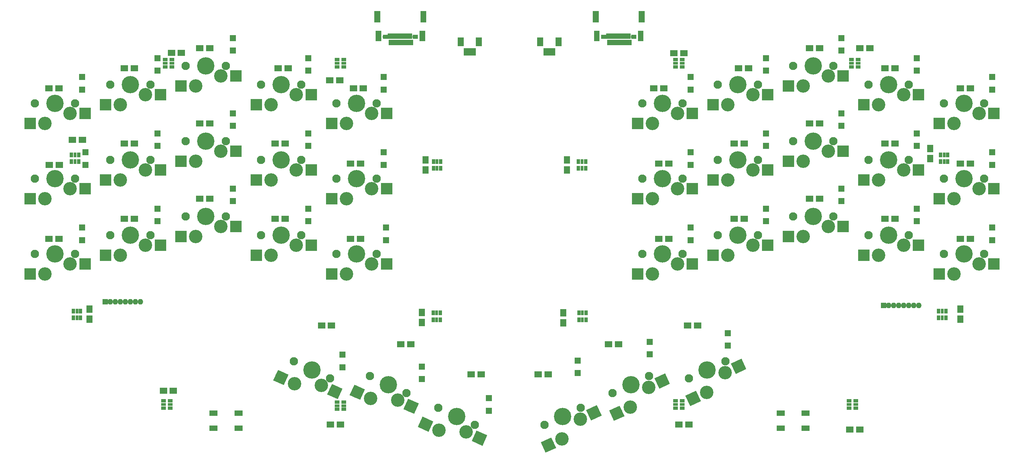
<source format=gbr>
G04 #@! TF.GenerationSoftware,KiCad,Pcbnew,(5.0.0)*
G04 #@! TF.CreationDate,2018-09-14T16:20:53+02:00*
G04 #@! TF.ProjectId,FNH35_rev1,464E4833355F726576312E6B69636164,rev?*
G04 #@! TF.SameCoordinates,Original*
G04 #@! TF.FileFunction,Soldermask,Bot*
G04 #@! TF.FilePolarity,Negative*
%FSLAX46Y46*%
G04 Gerber Fmt 4.6, Leading zero omitted, Abs format (unit mm)*
G04 Created by KiCad (PCBNEW (5.0.0)) date 09/14/18 16:20:53*
%MOMM*%
%LPD*%
G01*
G04 APERTURE LIST*
%ADD10C,0.100000*%
%ADD11R,2.950000X2.900000*%
%ADD12C,2.101800*%
%ADD13C,4.387800*%
%ADD14C,3.400000*%
%ADD15C,1.100000*%
%ADD16R,0.500000X0.500000*%
%ADD17C,0.950000*%
%ADD18R,0.670000X1.350000*%
%ADD19R,0.900000X1.200000*%
%ADD20R,0.700000X1.200000*%
%ADD21R,1.900000X1.650000*%
%ADD22R,1.200000X0.900000*%
%ADD23R,1.200000X0.700000*%
%ADD24C,2.900000*%
%ADD25R,1.650000X1.900000*%
%ADD26R,1.600000X1.600000*%
%ADD27R,2.100000X1.400000*%
%ADD28O,1.400000X1.400000*%
%ADD29R,1.400000X1.400000*%
%ADD30R,1.000000X1.950000*%
%ADD31R,1.600000X2.200000*%
G04 APERTURE END LIST*
D10*
G04 #@! TO.C,J102*
G36*
X-18014810Y-22331000D02*
X-16499750Y-22331000D01*
X-16499750Y-19516640D01*
X-18014810Y-19516640D01*
X-18014810Y-22331000D01*
G37*
G36*
X-6381910Y-22331000D02*
X-4899750Y-22331000D01*
X-4899750Y-19508930D01*
X-6381910Y-19508930D01*
X-6381910Y-22331000D01*
G37*
G36*
X-17706640Y-27081000D02*
X-16299750Y-27081000D01*
X-16299750Y-24479560D01*
X-17706640Y-24479560D01*
X-17706640Y-27081000D01*
G37*
G36*
X-6589640Y-27081000D02*
X-5199750Y-27081000D01*
X-5199750Y-24478290D01*
X-6589640Y-24478290D01*
X-6589640Y-27081000D01*
G37*
G36*
X-15879070Y-26506000D02*
X-14574750Y-26506000D01*
X-14574750Y-25455683D01*
X-15879070Y-25455683D01*
X-15879070Y-26506000D01*
G37*
G36*
X-8315570Y-26506000D02*
X-7024750Y-26506000D01*
X-7024750Y-25455046D01*
X-8315570Y-25455046D01*
X-8315570Y-26506000D01*
G37*
G04 #@! TO.C,J3*
G36*
X46853930Y-26506000D02*
X48144750Y-26506000D01*
X48144750Y-25455046D01*
X46853930Y-25455046D01*
X46853930Y-26506000D01*
G37*
G36*
X39290430Y-26506000D02*
X40594750Y-26506000D01*
X40594750Y-25455683D01*
X39290430Y-25455683D01*
X39290430Y-26506000D01*
G37*
G36*
X48579860Y-27081000D02*
X49969750Y-27081000D01*
X49969750Y-24478290D01*
X48579860Y-24478290D01*
X48579860Y-27081000D01*
G37*
G36*
X37462860Y-27081000D02*
X38869750Y-27081000D01*
X38869750Y-24479560D01*
X37462860Y-24479560D01*
X37462860Y-27081000D01*
G37*
G36*
X48787590Y-22331000D02*
X50269750Y-22331000D01*
X50269750Y-19508930D01*
X48787590Y-19508930D01*
X48787590Y-22331000D01*
G37*
G36*
X37154690Y-22331000D02*
X38669750Y-22331000D01*
X38669750Y-19516640D01*
X37154690Y-19516640D01*
X37154690Y-22331000D01*
G37*
G04 #@! TD*
D11*
G04 #@! TO.C,K209*
X-53038750Y-35877500D03*
D12*
X-55518750Y-33337500D03*
X-65678750Y-33337500D03*
D13*
X-60598750Y-33337500D03*
D14*
X-56788750Y-35877500D03*
X-63138750Y-38417500D03*
D11*
X-66888750Y-38417500D03*
G04 #@! TD*
G04 #@! TO.C,K213*
X-72088750Y-40640000D03*
D12*
X-74568750Y-38100000D03*
X-84728750Y-38100000D03*
D13*
X-79648750Y-38100000D03*
D14*
X-75838750Y-40640000D03*
X-82188750Y-43180000D03*
D11*
X-85938750Y-43180000D03*
G04 #@! TD*
D15*
G04 #@! TO.C,J102*
X-17249750Y-20931000D03*
D16*
X-17249750Y-22131000D03*
D15*
X-5649750Y-20931000D03*
D16*
X-5649750Y-22131000D03*
X-17053750Y-26774000D03*
D15*
X-16999750Y-25781000D03*
D16*
X-5953750Y-26774000D03*
D15*
X-5899750Y-25781000D03*
D16*
X-15686750Y-25981000D03*
D17*
X-15224750Y-25981000D03*
D16*
X-8136750Y-25981000D03*
D17*
X-7674750Y-25981000D03*
D18*
X-14324750Y-25806000D03*
X-14074750Y-27406000D03*
X-13574750Y-27406000D03*
X-13074750Y-27406000D03*
X-12574750Y-27406000D03*
X-12074750Y-27406000D03*
X-11574750Y-27406000D03*
X-11074750Y-27406000D03*
X-10574750Y-27406000D03*
X-10074750Y-27406000D03*
X-9574750Y-27406000D03*
X-9074750Y-27406000D03*
X-8574750Y-27406000D03*
X-8824750Y-25806000D03*
X-9324750Y-25806000D03*
X-9824750Y-25806000D03*
X-10324750Y-25806000D03*
X-10824750Y-25806000D03*
X-11324750Y-25806000D03*
X-11824750Y-25806000D03*
X-12324750Y-25806000D03*
X-12824750Y-25806000D03*
X-13324750Y-25806000D03*
X-13824750Y-25806000D03*
G04 #@! TD*
D11*
G04 #@! TO.C,K214*
X-85938750Y-62230000D03*
D14*
X-82188750Y-62230000D03*
X-75838750Y-59690000D03*
D13*
X-79648750Y-57150000D03*
D12*
X-84728750Y-57150000D03*
X-74568750Y-57150000D03*
D11*
X-72088750Y-59690000D03*
G04 #@! TD*
D19*
G04 #@! TO.C,DR408*
X-94083537Y-97101015D03*
D20*
X-93183537Y-97101015D03*
D19*
X-92283537Y-97101015D03*
X-92283537Y-95401015D03*
D20*
X-93183537Y-95401015D03*
D19*
X-94083537Y-95401015D03*
G04 #@! TD*
D21*
G04 #@! TO.C,CB306*
X-40616250Y-72072500D03*
X-43116250Y-72072500D03*
G04 #@! TD*
G04 #@! TO.C,CU404*
X-29146250Y-124142500D03*
X-26646250Y-124142500D03*
G04 #@! TD*
G04 #@! TO.C,CB312*
X-62166250Y-47942500D03*
X-59666250Y-47942500D03*
G04 #@! TD*
D11*
G04 #@! TO.C,K203*
X-28788750Y-86042500D03*
D14*
X-25038750Y-86042500D03*
X-18688750Y-83502500D03*
D13*
X-22498750Y-80962500D03*
D12*
X-27578750Y-80962500D03*
X-17418750Y-80962500D03*
D11*
X-14938750Y-83502500D03*
G04 #@! TD*
D22*
G04 #@! TO.C,DR406*
X-71347500Y-119962500D03*
D23*
X-71347500Y-119062500D03*
D22*
X-71347500Y-118162500D03*
X-69647500Y-118162500D03*
D23*
X-69647500Y-119062500D03*
D22*
X-69647500Y-119962500D03*
G04 #@! TD*
D11*
G04 #@! TO.C,K215*
X-85938750Y-81280000D03*
D14*
X-82188750Y-81280000D03*
X-75838750Y-78740000D03*
D13*
X-79648750Y-76200000D03*
D12*
X-84728750Y-76200000D03*
X-74568750Y-76200000D03*
D11*
X-72088750Y-78740000D03*
G04 #@! TD*
G04 #@! TO.C,K216*
X-91138750Y-45402500D03*
D12*
X-93618750Y-42862500D03*
X-103778750Y-42862500D03*
D13*
X-98698750Y-42862500D03*
D14*
X-94888750Y-45402500D03*
X-101238750Y-47942500D03*
D11*
X-104988750Y-47942500D03*
G04 #@! TD*
D21*
G04 #@! TO.C,CU407*
X-100151250Y-58420000D03*
X-97651250Y-58420000D03*
G04 #@! TD*
D19*
G04 #@! TO.C,DR407*
X-94571250Y-55926250D03*
D20*
X-93671250Y-55926250D03*
D19*
X-92771250Y-55926250D03*
X-92771250Y-57626250D03*
D20*
X-93671250Y-57626250D03*
D19*
X-94571250Y-57626250D03*
G04 #@! TD*
D21*
G04 #@! TO.C,CB303*
X8913750Y-111442500D03*
X6413750Y-111442500D03*
G04 #@! TD*
D24*
G04 #@! TO.C,K204*
X8529256Y-127574511D03*
D10*
G36*
X10478856Y-126883727D02*
X9253264Y-129512019D01*
X6579656Y-128265295D01*
X7805248Y-125637003D01*
X10478856Y-126883727D01*
X10478856Y-126883727D01*
G37*
D12*
X7355064Y-124224396D03*
X-1853024Y-119930594D03*
D13*
X2751020Y-122077495D03*
D14*
X5130602Y-125989692D03*
X-1697903Y-125608088D03*
D24*
X-5096557Y-124023270D03*
D10*
G36*
X-3146957Y-123332486D02*
X-4372549Y-125960778D01*
X-7046157Y-124714054D01*
X-5820565Y-122085762D01*
X-3146957Y-123332486D01*
X-3146957Y-123332486D01*
G37*
G04 #@! TD*
D21*
G04 #@! TO.C,CU406*
X-71311250Y-115570000D03*
X-68811250Y-115570000D03*
G04 #@! TD*
G04 #@! TO.C,CB314*
X-78716250Y-72072500D03*
X-81216250Y-72072500D03*
G04 #@! TD*
G04 #@! TO.C,CB309*
X-62166250Y-28892500D03*
X-59666250Y-28892500D03*
G04 #@! TD*
G04 #@! TO.C,CB305*
X-39811250Y-33972500D03*
X-42311250Y-33972500D03*
G04 #@! TD*
D25*
G04 #@! TO.C,CU408*
X-90061250Y-97432500D03*
X-90061250Y-94932500D03*
G04 #@! TD*
D21*
G04 #@! TO.C,CB301*
X-20811250Y-39050000D03*
X-23311250Y-39050000D03*
G04 #@! TD*
D11*
G04 #@! TO.C,K211*
X-53038750Y-73977500D03*
D12*
X-55518750Y-71437500D03*
X-65678750Y-71437500D03*
D13*
X-60598750Y-71437500D03*
D14*
X-56788750Y-73977500D03*
X-63138750Y-76517500D03*
D11*
X-66888750Y-76517500D03*
G04 #@! TD*
D21*
G04 #@! TO.C,CB302*
X-24066250Y-77152500D03*
X-21566250Y-77152500D03*
G04 #@! TD*
G04 #@! TO.C,CU405*
X-69311250Y-30050000D03*
X-66811250Y-30050000D03*
G04 #@! TD*
G04 #@! TO.C,CU403*
X-26811250Y-37050000D03*
X-29311250Y-37050000D03*
G04 #@! TD*
G04 #@! TO.C,CB308*
X-40616250Y-53022500D03*
X-43116250Y-53022500D03*
G04 #@! TD*
G04 #@! TO.C,CB304*
X-24066250Y-58102500D03*
X-21566250Y-58102500D03*
G04 #@! TD*
D26*
G04 #@! TO.C,DS216*
X-91842500Y-36207500D03*
X-91842500Y-39357500D03*
G04 #@! TD*
D11*
G04 #@! TO.C,K210*
X-66888750Y-57467500D03*
D14*
X-63138750Y-57467500D03*
X-56788750Y-54927500D03*
D13*
X-60598750Y-52387500D03*
D12*
X-65678750Y-52387500D03*
X-55518750Y-52387500D03*
D11*
X-53038750Y-54927500D03*
G04 #@! TD*
D22*
G04 #@! TO.C,DR404*
X-25776250Y-120280000D03*
D23*
X-25776250Y-119380000D03*
D22*
X-25776250Y-118480000D03*
X-27476250Y-118480000D03*
D23*
X-27476250Y-119380000D03*
D22*
X-27476250Y-120280000D03*
G04 #@! TD*
D11*
G04 #@! TO.C,K207*
X-33988750Y-78740000D03*
D12*
X-36468750Y-76200000D03*
X-46628750Y-76200000D03*
D13*
X-41548750Y-76200000D03*
D14*
X-37738750Y-78740000D03*
X-44088750Y-81280000D03*
D11*
X-47838750Y-81280000D03*
G04 #@! TD*
G04 #@! TO.C,K202*
X-14938750Y-64452500D03*
D12*
X-17418750Y-61912500D03*
X-27578750Y-61912500D03*
D13*
X-22498750Y-61912500D03*
D14*
X-18688750Y-64452500D03*
X-25038750Y-66992500D03*
D11*
X-28788750Y-66992500D03*
G04 #@! TD*
D21*
G04 #@! TO.C,CB310*
X-62166250Y-66992500D03*
X-59666250Y-66992500D03*
G04 #@! TD*
D11*
G04 #@! TO.C,K206*
X-33988750Y-59690000D03*
D12*
X-36468750Y-57150000D03*
X-46628750Y-57150000D03*
D13*
X-41548750Y-57150000D03*
D14*
X-37738750Y-59690000D03*
X-44088750Y-62230000D03*
D11*
X-47838750Y-62230000D03*
G04 #@! TD*
G04 #@! TO.C,K205*
X-47838750Y-43180000D03*
D14*
X-44088750Y-43180000D03*
X-37738750Y-40640000D03*
D13*
X-41548750Y-38100000D03*
D12*
X-46628750Y-38100000D03*
X-36468750Y-38100000D03*
D11*
X-33988750Y-40640000D03*
G04 #@! TD*
D21*
G04 #@! TO.C,CB307*
X-11366250Y-103822500D03*
X-8866250Y-103822500D03*
G04 #@! TD*
D11*
G04 #@! TO.C,K218*
X-91138750Y-83502500D03*
D12*
X-93618750Y-80962500D03*
X-103778750Y-80962500D03*
D13*
X-98698750Y-80962500D03*
D14*
X-94888750Y-83502500D03*
X-101238750Y-86042500D03*
D11*
X-104988750Y-86042500D03*
G04 #@! TD*
D26*
G04 #@! TO.C,DS217*
X-91061250Y-58407500D03*
X-91061250Y-55257500D03*
G04 #@! TD*
D22*
G04 #@! TO.C,DR403*
X-25776250Y-31802500D03*
D23*
X-25776250Y-32702500D03*
D22*
X-25776250Y-33602500D03*
X-27476250Y-33602500D03*
D23*
X-27476250Y-32702500D03*
D22*
X-27476250Y-31802500D03*
G04 #@! TD*
D26*
G04 #@! TO.C,DS208*
X-6061250Y-112625000D03*
X-6061250Y-109475000D03*
G04 #@! TD*
G04 #@! TO.C,DS215*
X-72792500Y-72682500D03*
X-72792500Y-69532500D03*
G04 #@! TD*
G04 #@! TO.C,DS203*
X-15061250Y-74307500D03*
X-15061250Y-77457500D03*
G04 #@! TD*
G04 #@! TO.C,DS218*
X-91842500Y-77457500D03*
X-91842500Y-74307500D03*
G04 #@! TD*
G04 #@! TO.C,DS204*
X10938750Y-117475000D03*
X10938750Y-120625000D03*
G04 #@! TD*
G04 #@! TO.C,DS214*
X-72792500Y-50482500D03*
X-72792500Y-53632500D03*
G04 #@! TD*
G04 #@! TO.C,DS206*
X-34692500Y-50482500D03*
X-34692500Y-53632500D03*
G04 #@! TD*
G04 #@! TO.C,DS210*
X-53742500Y-48552500D03*
X-53742500Y-45402500D03*
G04 #@! TD*
G04 #@! TO.C,DS213*
X-72792500Y-31432500D03*
X-72792500Y-34582500D03*
G04 #@! TD*
G04 #@! TO.C,DS205*
X-34692500Y-31432500D03*
X-34692500Y-34582500D03*
G04 #@! TD*
D22*
G04 #@! TO.C,DR405*
X-70911250Y-31802500D03*
D23*
X-70911250Y-32702500D03*
D22*
X-70911250Y-33602500D03*
X-69211250Y-33602500D03*
D23*
X-69211250Y-32702500D03*
D22*
X-69211250Y-31802500D03*
G04 #@! TD*
D26*
G04 #@! TO.C,DS202*
X-15642500Y-58407500D03*
X-15642500Y-55257500D03*
G04 #@! TD*
D27*
G04 #@! TO.C,SW101*
X-52368750Y-121290000D03*
X-58668750Y-121290000D03*
X-52368750Y-125090000D03*
X-58668750Y-125090000D03*
G04 #@! TD*
D26*
G04 #@! TO.C,DS201*
X-15642500Y-39357500D03*
X-15642500Y-36207500D03*
G04 #@! TD*
G04 #@! TO.C,DS209*
X-53742500Y-29502500D03*
X-53742500Y-26352500D03*
G04 #@! TD*
G04 #@! TO.C,DS207*
X-34692500Y-72682500D03*
X-34692500Y-69532500D03*
G04 #@! TD*
G04 #@! TO.C,DS211*
X-53742500Y-64452500D03*
X-53742500Y-67602500D03*
G04 #@! TD*
G04 #@! TO.C,DS212*
X-26061250Y-106475000D03*
X-26061250Y-109625000D03*
G04 #@! TD*
D28*
G04 #@! TO.C,J103*
X-77171250Y-93050000D03*
X-78441250Y-93050000D03*
X-79711250Y-93050000D03*
X-80981250Y-93050000D03*
X-82251250Y-93050000D03*
X-83521250Y-93050000D03*
X-84791250Y-93050000D03*
D29*
X-86061250Y-93050000D03*
G04 #@! TD*
D19*
G04 #@! TO.C,DR401*
X-1278750Y-57570000D03*
D20*
X-2178750Y-57570000D03*
D19*
X-3078750Y-57570000D03*
X-3078750Y-59270000D03*
D20*
X-2178750Y-59270000D03*
D19*
X-1278750Y-59270000D03*
G04 #@! TD*
D21*
G04 #@! TO.C,CB311*
X-28868750Y-99060000D03*
X-31368750Y-99060000D03*
G04 #@! TD*
D25*
G04 #@! TO.C,CU401*
X-5061250Y-57170000D03*
X-5061250Y-59670000D03*
G04 #@! TD*
D30*
G04 #@! TO.C,J101*
X7076250Y-29837500D03*
X6076250Y-29837500D03*
X5076250Y-29837500D03*
D31*
X8376250Y-27312500D03*
X3776250Y-27312500D03*
G04 #@! TD*
D11*
G04 #@! TO.C,K217*
X-104988750Y-66992500D03*
D14*
X-101238750Y-66992500D03*
X-94888750Y-64452500D03*
D13*
X-98698750Y-61912500D03*
D12*
X-103778750Y-61912500D03*
X-93618750Y-61912500D03*
D11*
X-91138750Y-64452500D03*
G04 #@! TD*
D24*
G04 #@! TO.C,K208*
X-22361721Y-115972392D03*
D10*
G36*
X-20412121Y-115281608D02*
X-21637713Y-117909900D01*
X-24311321Y-116663176D01*
X-23085729Y-114034884D01*
X-20412121Y-115281608D01*
X-20412121Y-115281608D01*
G37*
D14*
X-18963067Y-117557210D03*
X-12134562Y-117938814D03*
D13*
X-14514144Y-114026617D03*
D12*
X-19118188Y-111879716D03*
X-9910100Y-116173518D03*
D24*
X-8735908Y-119523633D03*
D10*
G36*
X-6786308Y-118832849D02*
X-8011900Y-121461141D01*
X-10685508Y-120214417D01*
X-9459916Y-117586125D01*
X-6786308Y-118832849D01*
X-6786308Y-118832849D01*
G37*
G04 #@! TD*
D21*
G04 #@! TO.C,CB315*
X-78716250Y-53022500D03*
X-81216250Y-53022500D03*
G04 #@! TD*
G04 #@! TO.C,CB317*
X-97766250Y-77152500D03*
X-100266250Y-77152500D03*
G04 #@! TD*
G04 #@! TO.C,CB313*
X-78716250Y-33972500D03*
X-81216250Y-33972500D03*
G04 #@! TD*
D25*
G04 #@! TO.C,CU402*
X-6061250Y-98300000D03*
X-6061250Y-95800000D03*
G04 #@! TD*
D21*
G04 #@! TO.C,CB318*
X-94311250Y-52050000D03*
X-91811250Y-52050000D03*
G04 #@! TD*
G04 #@! TO.C,CB316*
X-100266250Y-39052500D03*
X-97766250Y-39052500D03*
G04 #@! TD*
D24*
G04 #@! TO.C,K212*
X-28013790Y-115789046D03*
D10*
G36*
X-26064190Y-115098262D02*
X-27289782Y-117726554D01*
X-29963390Y-116479830D01*
X-28737798Y-113851538D01*
X-26064190Y-115098262D01*
X-26064190Y-115098262D01*
G37*
D12*
X-29187982Y-112438931D03*
X-38396070Y-108145129D03*
D13*
X-33792026Y-110292030D03*
D14*
X-31412444Y-114204227D03*
X-38240949Y-113822623D03*
D24*
X-41639603Y-112237805D03*
D10*
G36*
X-39690003Y-111547021D02*
X-40915595Y-114175313D01*
X-43589203Y-112928589D01*
X-42363611Y-110300297D01*
X-39690003Y-111547021D01*
X-39690003Y-111547021D01*
G37*
G04 #@! TD*
D19*
G04 #@! TO.C,DR402*
X-1383981Y-97592745D03*
D20*
X-2283981Y-97592745D03*
D19*
X-3183981Y-97592745D03*
X-3183981Y-95892745D03*
D20*
X-2283981Y-95892745D03*
D19*
X-1383981Y-95892745D03*
G04 #@! TD*
D11*
G04 #@! TO.C,K201*
X-28788750Y-47942500D03*
D14*
X-25038750Y-47942500D03*
X-18688750Y-45402500D03*
D13*
X-22498750Y-42862500D03*
D12*
X-27578750Y-42862500D03*
X-17418750Y-42862500D03*
D11*
X-14938750Y-45402500D03*
G04 #@! TD*
G04 #@! TO.C,K1*
X138528750Y-64452500D03*
D12*
X136048750Y-61912500D03*
X125888750Y-61912500D03*
D13*
X130968750Y-61912500D03*
D14*
X134778750Y-64452500D03*
X128428750Y-66992500D03*
D11*
X124678750Y-66992500D03*
G04 #@! TD*
D21*
G04 #@! TO.C,CB0*
X130036250Y-39052500D03*
X132536250Y-39052500D03*
G04 #@! TD*
D31*
G04 #@! TO.C,J1*
X23893750Y-27312500D03*
X28493750Y-27312500D03*
D30*
X25193750Y-29837500D03*
X26193750Y-29837500D03*
X27193750Y-29837500D03*
G04 #@! TD*
D11*
G04 #@! TO.C,K40*
X62328750Y-45402500D03*
D12*
X59848750Y-42862500D03*
X49688750Y-42862500D03*
D13*
X54768750Y-42862500D03*
D14*
X58578750Y-45402500D03*
X52228750Y-47942500D03*
D11*
X48478750Y-47942500D03*
G04 #@! TD*
G04 #@! TO.C,K20*
X86578750Y-38417500D03*
D14*
X90328750Y-38417500D03*
X96678750Y-35877500D03*
D13*
X92868750Y-33337500D03*
D12*
X87788750Y-33337500D03*
X97948750Y-33337500D03*
D11*
X100428750Y-35877500D03*
G04 #@! TD*
D19*
G04 #@! TO.C,DU7*
X35453981Y-95892745D03*
D20*
X34553981Y-95892745D03*
D19*
X33653981Y-95892745D03*
X33653981Y-97592745D03*
D20*
X34553981Y-97592745D03*
D19*
X35453981Y-97592745D03*
G04 #@! TD*
D24*
G04 #@! TO.C,K23*
X62508251Y-117554342D03*
D10*
G36*
X63232259Y-115616834D02*
X64457851Y-118245126D01*
X61784243Y-119491850D01*
X60558651Y-116863558D01*
X63232259Y-115616834D01*
X63232259Y-115616834D01*
G37*
D14*
X65906905Y-115969524D03*
X70588509Y-110983876D03*
D13*
X66062026Y-110292030D03*
D12*
X61457982Y-112438931D03*
X70666070Y-108145129D03*
D24*
X73987163Y-109399058D03*
D10*
G36*
X74711171Y-107461550D02*
X75936763Y-110089842D01*
X73263155Y-111336566D01*
X72037563Y-108708274D01*
X74711171Y-107461550D01*
X74711171Y-107461550D01*
G37*
G04 #@! TD*
D24*
G04 #@! TO.C,K33*
X54709281Y-113133645D03*
D10*
G36*
X55433289Y-111196137D02*
X56658881Y-113824429D01*
X53985273Y-115071153D01*
X52759681Y-112442861D01*
X55433289Y-111196137D01*
X55433289Y-111196137D01*
G37*
D12*
X51388188Y-111879716D03*
X42180100Y-116173518D03*
D13*
X46784144Y-114026617D03*
D14*
X51310627Y-114718463D03*
X46629023Y-119704111D03*
D24*
X43230369Y-121288929D03*
D10*
G36*
X43954377Y-119351421D02*
X45179969Y-121979713D01*
X42506361Y-123226437D01*
X41280769Y-120598145D01*
X43954377Y-119351421D01*
X43954377Y-119351421D01*
G37*
G04 #@! TD*
D21*
G04 #@! TO.C,CB1*
X130036250Y-58102500D03*
X132536250Y-58102500D03*
G04 #@! TD*
D25*
G04 #@! TO.C,CU6*
X29686250Y-95892745D03*
X29686250Y-98392745D03*
G04 #@! TD*
D21*
G04 #@! TO.C,CB10*
X113486250Y-33972500D03*
X110986250Y-33972500D03*
G04 #@! TD*
G04 #@! TO.C,CB2*
X132536250Y-77152500D03*
X130036250Y-77152500D03*
G04 #@! TD*
G04 #@! TO.C,CB11*
X113486250Y-53022500D03*
X110986250Y-53022500D03*
G04 #@! TD*
G04 #@! TO.C,CB12*
X113486250Y-72072500D03*
X110986250Y-72072500D03*
G04 #@! TD*
G04 #@! TO.C,CB31*
X75386250Y-53022500D03*
X72886250Y-53022500D03*
G04 #@! TD*
G04 #@! TO.C,CB40*
X55066250Y-39052500D03*
X52566250Y-39052500D03*
G04 #@! TD*
G04 #@! TO.C,CU1*
X60166250Y-30162500D03*
X57666250Y-30162500D03*
G04 #@! TD*
G04 #@! TO.C,CB20*
X91936250Y-28892500D03*
X94436250Y-28892500D03*
G04 #@! TD*
G04 #@! TO.C,CB22*
X91936250Y-66992500D03*
X94436250Y-66992500D03*
G04 #@! TD*
G04 #@! TO.C,CB21*
X91936250Y-47942500D03*
X94436250Y-47942500D03*
G04 #@! TD*
G04 #@! TO.C,CB32*
X75386250Y-72072500D03*
X72886250Y-72072500D03*
G04 #@! TD*
G04 #@! TO.C,CU2*
X104656250Y-28892500D03*
X107156250Y-28892500D03*
G04 #@! TD*
D25*
G04 #@! TO.C,CU4*
X130016250Y-94932500D03*
X130016250Y-97432500D03*
G04 #@! TD*
D21*
G04 #@! TO.C,CB33*
X41136250Y-103822500D03*
X43636250Y-103822500D03*
G04 #@! TD*
G04 #@! TO.C,CB42*
X53836250Y-77152500D03*
X56336250Y-77152500D03*
G04 #@! TD*
G04 #@! TO.C,CU7*
X61416250Y-124142500D03*
X58916250Y-124142500D03*
G04 #@! TD*
G04 #@! TO.C,CB43*
X25856250Y-111442500D03*
X23356250Y-111442500D03*
G04 #@! TD*
D25*
G04 #@! TO.C,CU3*
X122396250Y-56812500D03*
X122396250Y-54312500D03*
G04 #@! TD*
D21*
G04 #@! TO.C,CB41*
X53836250Y-58102500D03*
X56336250Y-58102500D03*
G04 #@! TD*
G04 #@! TO.C,CU8*
X102096250Y-125412500D03*
X104596250Y-125412500D03*
G04 #@! TD*
G04 #@! TO.C,CB30*
X76511250Y-33972500D03*
X74011250Y-33972500D03*
G04 #@! TD*
D11*
G04 #@! TO.C,K22*
X86578750Y-76517500D03*
D14*
X90328750Y-76517500D03*
X96678750Y-73977500D03*
D13*
X92868750Y-71437500D03*
D12*
X87788750Y-71437500D03*
X97948750Y-71437500D03*
D11*
X100428750Y-73977500D03*
G04 #@! TD*
G04 #@! TO.C,K30*
X81378750Y-40640000D03*
D12*
X78898750Y-38100000D03*
X68738750Y-38100000D03*
D13*
X73818750Y-38100000D03*
D14*
X77628750Y-40640000D03*
X71278750Y-43180000D03*
D11*
X67528750Y-43180000D03*
G04 #@! TD*
G04 #@! TO.C,K42*
X62328750Y-83502500D03*
D12*
X59848750Y-80962500D03*
X49688750Y-80962500D03*
D13*
X54768750Y-80962500D03*
D14*
X58578750Y-83502500D03*
X52228750Y-86042500D03*
D11*
X48478750Y-86042500D03*
G04 #@! TD*
D24*
G04 #@! TO.C,K43*
X25965205Y-129339807D03*
D10*
G36*
X26689213Y-127402299D02*
X27914805Y-130030591D01*
X25241197Y-131277315D01*
X24015605Y-128649023D01*
X26689213Y-127402299D01*
X26689213Y-127402299D01*
G37*
D14*
X29363859Y-127754989D03*
X34045463Y-122769341D03*
D13*
X29518980Y-122077495D03*
D12*
X24914936Y-124224396D03*
X34123024Y-119930594D03*
D24*
X37444117Y-121184523D03*
D10*
G36*
X38168125Y-119247015D02*
X39393717Y-121875307D01*
X36720109Y-123122031D01*
X35494517Y-120493739D01*
X38168125Y-119247015D01*
X38168125Y-119247015D01*
G37*
G04 #@! TD*
D19*
G04 #@! TO.C,DU3*
X125041250Y-57626250D03*
D20*
X125941250Y-57626250D03*
D19*
X126841250Y-57626250D03*
X126841250Y-55926250D03*
D20*
X125941250Y-55926250D03*
D19*
X125041250Y-55926250D03*
G04 #@! TD*
D11*
G04 #@! TO.C,K0*
X124678750Y-47942500D03*
D14*
X128428750Y-47942500D03*
X134778750Y-45402500D03*
D13*
X130968750Y-42862500D03*
D12*
X125888750Y-42862500D03*
X136048750Y-42862500D03*
D11*
X138528750Y-45402500D03*
G04 #@! TD*
G04 #@! TO.C,K12*
X119478750Y-78740000D03*
D12*
X116998750Y-76200000D03*
X106838750Y-76200000D03*
D13*
X111918750Y-76200000D03*
D14*
X115728750Y-78740000D03*
X109378750Y-81280000D03*
D11*
X105628750Y-81280000D03*
G04 #@! TD*
D22*
G04 #@! TO.C,DU5*
X101917500Y-118162500D03*
D23*
X101917500Y-119062500D03*
D22*
X101917500Y-119962500D03*
X103617500Y-119962500D03*
D23*
X103617500Y-119062500D03*
D22*
X103617500Y-118162500D03*
G04 #@! TD*
D11*
G04 #@! TO.C,K10*
X105628750Y-43180000D03*
D14*
X109378750Y-43180000D03*
X115728750Y-40640000D03*
D13*
X111918750Y-38100000D03*
D12*
X106838750Y-38100000D03*
X116998750Y-38100000D03*
D11*
X119478750Y-40640000D03*
G04 #@! TD*
G04 #@! TO.C,K41*
X48478750Y-66992500D03*
D14*
X52228750Y-66992500D03*
X58578750Y-64452500D03*
D13*
X54768750Y-61912500D03*
D12*
X49688750Y-61912500D03*
X59848750Y-61912500D03*
D11*
X62328750Y-64452500D03*
G04 #@! TD*
G04 #@! TO.C,K31*
X67528750Y-62230000D03*
D14*
X71278750Y-62230000D03*
X77628750Y-59690000D03*
D13*
X73818750Y-57150000D03*
D12*
X68738750Y-57150000D03*
X78898750Y-57150000D03*
D11*
X81378750Y-59690000D03*
G04 #@! TD*
G04 #@! TO.C,K32*
X67528750Y-81280000D03*
D14*
X71278750Y-81280000D03*
X77628750Y-78740000D03*
D13*
X73818750Y-76200000D03*
D12*
X68738750Y-76200000D03*
X78898750Y-76200000D03*
D11*
X81378750Y-78740000D03*
G04 #@! TD*
D22*
G04 #@! TO.C,DU6*
X59746250Y-118162500D03*
D23*
X59746250Y-119062500D03*
D22*
X59746250Y-119962500D03*
X58046250Y-119962500D03*
D23*
X58046250Y-119062500D03*
D22*
X58046250Y-118162500D03*
G04 #@! TD*
D11*
G04 #@! TO.C,K2*
X124678750Y-86042500D03*
D14*
X128428750Y-86042500D03*
X134778750Y-83502500D03*
D13*
X130968750Y-80962500D03*
D12*
X125888750Y-80962500D03*
X136048750Y-80962500D03*
D11*
X138528750Y-83502500D03*
G04 #@! TD*
D18*
G04 #@! TO.C,J3*
X41344750Y-25806000D03*
X41844750Y-25806000D03*
X42344750Y-25806000D03*
X42844750Y-25806000D03*
X43344750Y-25806000D03*
X43844750Y-25806000D03*
X44344750Y-25806000D03*
X44844750Y-25806000D03*
X45344750Y-25806000D03*
X45844750Y-25806000D03*
X46344750Y-25806000D03*
X46594750Y-27406000D03*
X46094750Y-27406000D03*
X45594750Y-27406000D03*
X45094750Y-27406000D03*
X44594750Y-27406000D03*
X44094750Y-27406000D03*
X43594750Y-27406000D03*
X43094750Y-27406000D03*
X42594750Y-27406000D03*
X42094750Y-27406000D03*
X41594750Y-27406000D03*
X41094750Y-27406000D03*
X40844750Y-25806000D03*
D17*
X47494750Y-25981000D03*
D16*
X47032750Y-25981000D03*
D17*
X39944750Y-25981000D03*
D16*
X39482750Y-25981000D03*
D15*
X49269750Y-25781000D03*
D16*
X49215750Y-26774000D03*
D15*
X38169750Y-25781000D03*
D16*
X38115750Y-26774000D03*
X49519750Y-22131000D03*
D15*
X49519750Y-20931000D03*
D16*
X37919750Y-22131000D03*
D15*
X37919750Y-20931000D03*
G04 #@! TD*
D19*
G04 #@! TO.C,DU4*
X124553537Y-95401015D03*
D20*
X125453537Y-95401015D03*
D19*
X126353537Y-95401015D03*
X126353537Y-97101015D03*
D20*
X125453537Y-97101015D03*
D19*
X124553537Y-97101015D03*
G04 #@! TD*
D11*
G04 #@! TO.C,K21*
X100428750Y-54927500D03*
D12*
X97948750Y-52387500D03*
X87788750Y-52387500D03*
D13*
X92868750Y-52387500D03*
D14*
X96678750Y-54927500D03*
X90328750Y-57467500D03*
D11*
X86578750Y-57467500D03*
G04 #@! TD*
G04 #@! TO.C,K11*
X119478750Y-59690000D03*
D12*
X116998750Y-57150000D03*
X106838750Y-57150000D03*
D13*
X111918750Y-57150000D03*
D14*
X115728750Y-59690000D03*
X109378750Y-62230000D03*
D11*
X105628750Y-62230000D03*
G04 #@! TD*
D26*
G04 #@! TO.C,DS0*
X138112500Y-39357500D03*
X138112500Y-36207500D03*
G04 #@! TD*
D25*
G04 #@! TO.C,CU5*
X30618750Y-59670000D03*
X30618750Y-57170000D03*
G04 #@! TD*
D19*
G04 #@! TO.C,DU8*
X35348750Y-59270000D03*
D20*
X34448750Y-59270000D03*
D19*
X33548750Y-59270000D03*
X33548750Y-57570000D03*
D20*
X34448750Y-57570000D03*
D19*
X35348750Y-57570000D03*
G04 #@! TD*
D29*
G04 #@! TO.C,J2*
X110648750Y-93980000D03*
D28*
X111918750Y-93980000D03*
X113188750Y-93980000D03*
X114458750Y-93980000D03*
X115728750Y-93980000D03*
X116998750Y-93980000D03*
X118268750Y-93980000D03*
X119538750Y-93980000D03*
G04 #@! TD*
D21*
G04 #@! TO.C,CB23*
X63638750Y-99060000D03*
X61138750Y-99060000D03*
G04 #@! TD*
D26*
G04 #@! TO.C,DS23*
X71278750Y-104140000D03*
X71278750Y-100990000D03*
G04 #@! TD*
D27*
G04 #@! TO.C,SW1*
X90938750Y-121290000D03*
X84638750Y-121290000D03*
X90938750Y-125090000D03*
X84638750Y-125090000D03*
G04 #@! TD*
D26*
G04 #@! TO.C,DS21*
X100012500Y-45402500D03*
X100012500Y-48552500D03*
G04 #@! TD*
G04 #@! TO.C,DS22*
X100012500Y-67602500D03*
X100012500Y-64452500D03*
G04 #@! TD*
G04 #@! TO.C,DS32*
X80962500Y-69532500D03*
X80962500Y-72682500D03*
G04 #@! TD*
G04 #@! TO.C,DS33*
X51581250Y-103200000D03*
X51581250Y-106350000D03*
G04 #@! TD*
G04 #@! TO.C,DS20*
X100012500Y-26352500D03*
X100012500Y-29502500D03*
G04 #@! TD*
G04 #@! TO.C,DS40*
X61912500Y-36207500D03*
X61912500Y-39357500D03*
G04 #@! TD*
G04 #@! TO.C,DS12*
X119062500Y-69532500D03*
X119062500Y-72682500D03*
G04 #@! TD*
G04 #@! TO.C,DS41*
X61912500Y-55257500D03*
X61912500Y-58407500D03*
G04 #@! TD*
D22*
G04 #@! TO.C,DU1*
X59746250Y-33602500D03*
D23*
X59746250Y-32702500D03*
D22*
X59746250Y-31802500D03*
X58046250Y-31802500D03*
D23*
X58046250Y-32702500D03*
D22*
X58046250Y-33602500D03*
G04 #@! TD*
G04 #@! TO.C,DU2*
X102496250Y-33602500D03*
D23*
X102496250Y-32702500D03*
D22*
X102496250Y-31802500D03*
X104196250Y-31802500D03*
D23*
X104196250Y-32702500D03*
D22*
X104196250Y-33602500D03*
G04 #@! TD*
D26*
G04 #@! TO.C,DS30*
X80962500Y-34582500D03*
X80962500Y-31432500D03*
G04 #@! TD*
G04 #@! TO.C,DS10*
X119062500Y-34582500D03*
X119062500Y-31432500D03*
G04 #@! TD*
G04 #@! TO.C,DS31*
X80962500Y-53632500D03*
X80962500Y-50482500D03*
G04 #@! TD*
G04 #@! TO.C,DS11*
X119062500Y-53632500D03*
X119062500Y-50482500D03*
G04 #@! TD*
G04 #@! TO.C,DS43*
X33337500Y-111112500D03*
X33337500Y-107962500D03*
G04 #@! TD*
G04 #@! TO.C,DS2*
X138112500Y-77457500D03*
X138112500Y-74307500D03*
G04 #@! TD*
G04 #@! TO.C,DS42*
X61912500Y-77457500D03*
X61912500Y-74307500D03*
G04 #@! TD*
G04 #@! TO.C,DS1*
X138112500Y-55257500D03*
X138112500Y-58407500D03*
G04 #@! TD*
M02*

</source>
